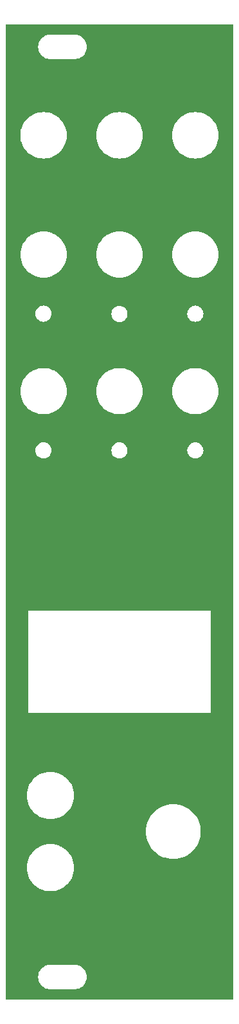
<source format=gbr>
%TF.GenerationSoftware,KiCad,Pcbnew,7.0.10-7.0.10~ubuntu22.04.1*%
%TF.CreationDate,2024-06-02T16:24:27+03:00*%
%TF.ProjectId,panel,70616e65-6c2e-46b6-9963-61645f706362,rev?*%
%TF.SameCoordinates,Original*%
%TF.FileFunction,Copper,L1,Top*%
%TF.FilePolarity,Positive*%
%FSLAX46Y46*%
G04 Gerber Fmt 4.6, Leading zero omitted, Abs format (unit mm)*
G04 Created by KiCad (PCBNEW 7.0.10-7.0.10~ubuntu22.04.1) date 2024-06-02 16:24:27*
%MOMM*%
%LPD*%
G01*
G04 APERTURE LIST*
G04 APERTURE END LIST*
%TA.AperFunction,NonConductor*%
G36*
X89931621Y-31780502D02*
G01*
X89978114Y-31834158D01*
X89989500Y-31886500D01*
X89989500Y-160113500D01*
X89969498Y-160181621D01*
X89915842Y-160228114D01*
X89863500Y-160239500D01*
X60136500Y-160239500D01*
X60068379Y-160219498D01*
X60021886Y-160165842D01*
X60010500Y-160113500D01*
X60010500Y-157250000D01*
X64284984Y-157250000D01*
X64303022Y-157490708D01*
X64303023Y-157490712D01*
X64356735Y-157726035D01*
X64356736Y-157726037D01*
X64444919Y-157950725D01*
X64444922Y-157950733D01*
X64565608Y-158159767D01*
X64716112Y-158348494D01*
X64846611Y-158469578D01*
X64893054Y-158512670D01*
X65092492Y-158648645D01*
X65217867Y-158709022D01*
X65309963Y-158753374D01*
X65309976Y-158753379D01*
X65540614Y-158824521D01*
X65540616Y-158824521D01*
X65540625Y-158824524D01*
X65779310Y-158860500D01*
X65779314Y-158860500D01*
X69220686Y-158860500D01*
X69220690Y-158860500D01*
X69459375Y-158824524D01*
X69468378Y-158821747D01*
X69690023Y-158753379D01*
X69690025Y-158753377D01*
X69690032Y-158753376D01*
X69907508Y-158648645D01*
X70106946Y-158512670D01*
X70283891Y-158348490D01*
X70434389Y-158159771D01*
X70555079Y-157950729D01*
X70643265Y-157726034D01*
X70696978Y-157490706D01*
X70715016Y-157250000D01*
X70696978Y-157009294D01*
X70643265Y-156773966D01*
X70555079Y-156549271D01*
X70555078Y-156549270D01*
X70555077Y-156549266D01*
X70434391Y-156340232D01*
X70369581Y-156258963D01*
X70283891Y-156151510D01*
X70283890Y-156151509D01*
X70283887Y-156151505D01*
X70106951Y-155987335D01*
X70106945Y-155987329D01*
X70032675Y-155936693D01*
X69907510Y-155851356D01*
X69690036Y-155746625D01*
X69690023Y-155746620D01*
X69459385Y-155675478D01*
X69459377Y-155675476D01*
X69459375Y-155675476D01*
X69220690Y-155639500D01*
X69102088Y-155639500D01*
X65903412Y-155639500D01*
X65900000Y-155639500D01*
X65779310Y-155639500D01*
X65540625Y-155675476D01*
X65540623Y-155675476D01*
X65540614Y-155675478D01*
X65309976Y-155746620D01*
X65309963Y-155746625D01*
X65092489Y-155851356D01*
X65092489Y-155851357D01*
X64893054Y-155987329D01*
X64893048Y-155987335D01*
X64716112Y-156151505D01*
X64565608Y-156340232D01*
X64444922Y-156549266D01*
X64444919Y-156549274D01*
X64356736Y-156773962D01*
X64356735Y-156773964D01*
X64303023Y-157009287D01*
X64303022Y-157009291D01*
X64284984Y-157250000D01*
X60010500Y-157250000D01*
X60010500Y-142850000D01*
X62784599Y-142850000D01*
X62804187Y-143198810D01*
X62862707Y-143543235D01*
X62959426Y-143878956D01*
X63093120Y-144201720D01*
X63093123Y-144201725D01*
X63262116Y-144507495D01*
X63464278Y-144792417D01*
X63464283Y-144792424D01*
X63564959Y-144905079D01*
X63697079Y-145052921D01*
X63862511Y-145200761D01*
X63957575Y-145285716D01*
X63957578Y-145285718D01*
X63957579Y-145285719D01*
X64242507Y-145487885D01*
X64548278Y-145656879D01*
X64871048Y-145790575D01*
X65206758Y-145887291D01*
X65551186Y-145945812D01*
X65900000Y-145965401D01*
X66248814Y-145945812D01*
X66593242Y-145887291D01*
X66928952Y-145790575D01*
X67251722Y-145656879D01*
X67557493Y-145487885D01*
X67842421Y-145285719D01*
X68102921Y-145052921D01*
X68335719Y-144792421D01*
X68537885Y-144507493D01*
X68706879Y-144201722D01*
X68840575Y-143878952D01*
X68937291Y-143543242D01*
X68995812Y-143198814D01*
X69015401Y-142850000D01*
X68995812Y-142501186D01*
X68937291Y-142156758D01*
X68840575Y-141821048D01*
X68706879Y-141498278D01*
X68537885Y-141192507D01*
X68335719Y-140907579D01*
X68335718Y-140907578D01*
X68335716Y-140907575D01*
X68210552Y-140767518D01*
X68102921Y-140647079D01*
X67865082Y-140434532D01*
X67842424Y-140414283D01*
X67842417Y-140414278D01*
X67557495Y-140212116D01*
X67293945Y-140066457D01*
X67251722Y-140043121D01*
X67251720Y-140043120D01*
X66928956Y-139909426D01*
X66593235Y-139812707D01*
X66248810Y-139754187D01*
X65900000Y-139734599D01*
X65551189Y-139754187D01*
X65206764Y-139812707D01*
X64871043Y-139909426D01*
X64548279Y-140043120D01*
X64548274Y-140043123D01*
X64242504Y-140212116D01*
X63957582Y-140414278D01*
X63957575Y-140414283D01*
X63697079Y-140647079D01*
X63464283Y-140907575D01*
X63464278Y-140907582D01*
X63262116Y-141192504D01*
X63093123Y-141498274D01*
X63093120Y-141498279D01*
X62959426Y-141821043D01*
X62862707Y-142156764D01*
X62804187Y-142501189D01*
X62784599Y-142850000D01*
X60010500Y-142850000D01*
X60010500Y-138100006D01*
X78484545Y-138100006D01*
X78504349Y-138477909D01*
X78563551Y-138851695D01*
X78661495Y-139217228D01*
X78661499Y-139217241D01*
X78797113Y-139570528D01*
X78797117Y-139570536D01*
X78797118Y-139570538D01*
X78968924Y-139907728D01*
X78968927Y-139907732D01*
X78968929Y-139907736D01*
X79175034Y-140225110D01*
X79175042Y-140225120D01*
X79413189Y-140519207D01*
X79413203Y-140519223D01*
X79680776Y-140786796D01*
X79680784Y-140786803D01*
X79680788Y-140786807D01*
X79974889Y-141024965D01*
X80292272Y-141231076D01*
X80629462Y-141402882D01*
X80629466Y-141402883D01*
X80629471Y-141402886D01*
X80877966Y-141498274D01*
X80982763Y-141538502D01*
X81348305Y-141636449D01*
X81722082Y-141695649D01*
X81722084Y-141695649D01*
X81722090Y-141695650D01*
X82099994Y-141715455D01*
X82100000Y-141715455D01*
X82100006Y-141715455D01*
X82477909Y-141695650D01*
X82477913Y-141695649D01*
X82477918Y-141695649D01*
X82851695Y-141636449D01*
X83217237Y-141538502D01*
X83570538Y-141402882D01*
X83907728Y-141231076D01*
X84225111Y-141024965D01*
X84519212Y-140786807D01*
X84786807Y-140519212D01*
X85024965Y-140225111D01*
X85231076Y-139907728D01*
X85402882Y-139570538D01*
X85406935Y-139559981D01*
X85538500Y-139217241D01*
X85538502Y-139217237D01*
X85636449Y-138851695D01*
X85695649Y-138477918D01*
X85695649Y-138477913D01*
X85695650Y-138477909D01*
X85715455Y-138100006D01*
X85715455Y-138099993D01*
X85695650Y-137722090D01*
X85695649Y-137722082D01*
X85636449Y-137348305D01*
X85538502Y-136982763D01*
X85521020Y-136937221D01*
X85402886Y-136629471D01*
X85402882Y-136629463D01*
X85402882Y-136629462D01*
X85231076Y-136292273D01*
X85127996Y-136133543D01*
X85024970Y-135974896D01*
X85024958Y-135974879D01*
X84786810Y-135680792D01*
X84786807Y-135680788D01*
X84786803Y-135680784D01*
X84786796Y-135680776D01*
X84519223Y-135413203D01*
X84519207Y-135413189D01*
X84225120Y-135175042D01*
X84225110Y-135175034D01*
X83907736Y-134968929D01*
X83907734Y-134968928D01*
X83907728Y-134968924D01*
X83570538Y-134797118D01*
X83570537Y-134797117D01*
X83570536Y-134797117D01*
X83570528Y-134797113D01*
X83217241Y-134661499D01*
X83217228Y-134661495D01*
X82851695Y-134563551D01*
X82477909Y-134504349D01*
X82100006Y-134484545D01*
X82099994Y-134484545D01*
X81722090Y-134504349D01*
X81348304Y-134563551D01*
X80982771Y-134661495D01*
X80982758Y-134661499D01*
X80629471Y-134797113D01*
X80629463Y-134797117D01*
X80292272Y-134968924D01*
X79974896Y-135175029D01*
X79974879Y-135175041D01*
X79680792Y-135413189D01*
X79680776Y-135413203D01*
X79413203Y-135680776D01*
X79413189Y-135680792D01*
X79175041Y-135974879D01*
X79175029Y-135974896D01*
X78968924Y-136292272D01*
X78797117Y-136629463D01*
X78797113Y-136629471D01*
X78661499Y-136982758D01*
X78661495Y-136982771D01*
X78563551Y-137348304D01*
X78504349Y-137722090D01*
X78484545Y-138099993D01*
X78484545Y-138100006D01*
X60010500Y-138100006D01*
X60010500Y-133350000D01*
X62784599Y-133350000D01*
X62804187Y-133698810D01*
X62862707Y-134043235D01*
X62959426Y-134378956D01*
X63093120Y-134701720D01*
X63093123Y-134701725D01*
X63262116Y-135007495D01*
X63464278Y-135292417D01*
X63464283Y-135292424D01*
X63564959Y-135405079D01*
X63697079Y-135552921D01*
X63840148Y-135680776D01*
X63957575Y-135785716D01*
X63957582Y-135785721D01*
X64224200Y-135974896D01*
X64242507Y-135987885D01*
X64548278Y-136156879D01*
X64871048Y-136290575D01*
X65206758Y-136387291D01*
X65551186Y-136445812D01*
X65900000Y-136465401D01*
X66248814Y-136445812D01*
X66593242Y-136387291D01*
X66928952Y-136290575D01*
X67251722Y-136156879D01*
X67557493Y-135987885D01*
X67842421Y-135785719D01*
X68102921Y-135552921D01*
X68335719Y-135292421D01*
X68537885Y-135007493D01*
X68706879Y-134701722D01*
X68840575Y-134378952D01*
X68937291Y-134043242D01*
X68995812Y-133698814D01*
X69015401Y-133350000D01*
X68995812Y-133001186D01*
X68937291Y-132656758D01*
X68840575Y-132321048D01*
X68706879Y-131998278D01*
X68537885Y-131692507D01*
X68335719Y-131407579D01*
X68335718Y-131407578D01*
X68335716Y-131407575D01*
X68250761Y-131312511D01*
X68102921Y-131147079D01*
X67865082Y-130934532D01*
X67842424Y-130914283D01*
X67842417Y-130914278D01*
X67557495Y-130712116D01*
X67293945Y-130566457D01*
X67251722Y-130543121D01*
X67251720Y-130543120D01*
X66928956Y-130409426D01*
X66593235Y-130312707D01*
X66248810Y-130254187D01*
X65900000Y-130234599D01*
X65551189Y-130254187D01*
X65206764Y-130312707D01*
X64871043Y-130409426D01*
X64548279Y-130543120D01*
X64548274Y-130543123D01*
X64242504Y-130712116D01*
X63957582Y-130914278D01*
X63957575Y-130914283D01*
X63697079Y-131147079D01*
X63464283Y-131407575D01*
X63464278Y-131407582D01*
X63262116Y-131692504D01*
X63093123Y-131998274D01*
X63093120Y-131998279D01*
X62959426Y-132321043D01*
X62862707Y-132656764D01*
X62804187Y-133001189D01*
X62784599Y-133350000D01*
X60010500Y-133350000D01*
X60010500Y-122477215D01*
X62988633Y-122477215D01*
X62988634Y-122499999D01*
X62989498Y-122502083D01*
X62989499Y-122502089D01*
X62989500Y-122502089D01*
X62991963Y-122508036D01*
X63000000Y-122511365D01*
X63022807Y-122511365D01*
X63027155Y-122510500D01*
X86972845Y-122510500D01*
X86977193Y-122511365D01*
X87000000Y-122511365D01*
X87008036Y-122508036D01*
X87010500Y-122502088D01*
X87011365Y-122500000D01*
X87011364Y-122499997D01*
X87011365Y-122499996D01*
X87011366Y-122477215D01*
X87010500Y-122472856D01*
X87010500Y-109027154D01*
X87011365Y-109022807D01*
X87011365Y-108999999D01*
X87008036Y-108991963D01*
X87002089Y-108989500D01*
X87002086Y-108989499D01*
X87000000Y-108988635D01*
X86977194Y-108988635D01*
X86972846Y-108989500D01*
X63027154Y-108989500D01*
X63022806Y-108988635D01*
X63000000Y-108988635D01*
X62997914Y-108989499D01*
X62997911Y-108989500D01*
X62991963Y-108991963D01*
X62988635Y-108999999D01*
X62988635Y-109022807D01*
X62989500Y-109027154D01*
X62989500Y-122472856D01*
X62988633Y-122477215D01*
X60010500Y-122477215D01*
X60010500Y-87900003D01*
X63934369Y-87900003D01*
X63954843Y-88107887D01*
X63954844Y-88107893D01*
X63954845Y-88107894D01*
X64015485Y-88307799D01*
X64113960Y-88492033D01*
X64246485Y-88653515D01*
X64407967Y-88786040D01*
X64592201Y-88884515D01*
X64792106Y-88945155D01*
X64792110Y-88945155D01*
X64792112Y-88945156D01*
X64999997Y-88965631D01*
X65000000Y-88965631D01*
X65000003Y-88965631D01*
X65207887Y-88945156D01*
X65207888Y-88945155D01*
X65207894Y-88945155D01*
X65407799Y-88884515D01*
X65592033Y-88786040D01*
X65753515Y-88653515D01*
X65886040Y-88492033D01*
X65984515Y-88307799D01*
X66045155Y-88107894D01*
X66065631Y-87900003D01*
X73934369Y-87900003D01*
X73954843Y-88107887D01*
X73954844Y-88107893D01*
X73954845Y-88107894D01*
X74015485Y-88307799D01*
X74113960Y-88492033D01*
X74246485Y-88653515D01*
X74407967Y-88786040D01*
X74592201Y-88884515D01*
X74792106Y-88945155D01*
X74792110Y-88945155D01*
X74792112Y-88945156D01*
X74999997Y-88965631D01*
X75000000Y-88965631D01*
X75000003Y-88965631D01*
X75207887Y-88945156D01*
X75207888Y-88945155D01*
X75207894Y-88945155D01*
X75407799Y-88884515D01*
X75592033Y-88786040D01*
X75753515Y-88653515D01*
X75886040Y-88492033D01*
X75984515Y-88307799D01*
X76045155Y-88107894D01*
X76065631Y-87900003D01*
X83934369Y-87900003D01*
X83954843Y-88107887D01*
X83954844Y-88107893D01*
X83954845Y-88107894D01*
X84015485Y-88307799D01*
X84113960Y-88492033D01*
X84246485Y-88653515D01*
X84407967Y-88786040D01*
X84592201Y-88884515D01*
X84792106Y-88945155D01*
X84792110Y-88945155D01*
X84792112Y-88945156D01*
X84999997Y-88965631D01*
X85000000Y-88965631D01*
X85000003Y-88965631D01*
X85207887Y-88945156D01*
X85207888Y-88945155D01*
X85207894Y-88945155D01*
X85407799Y-88884515D01*
X85592033Y-88786040D01*
X85753515Y-88653515D01*
X85886040Y-88492033D01*
X85984515Y-88307799D01*
X86045155Y-88107894D01*
X86065631Y-87900000D01*
X86065631Y-87899996D01*
X86045156Y-87692112D01*
X86045155Y-87692110D01*
X86045155Y-87692106D01*
X85984515Y-87492201D01*
X85886040Y-87307967D01*
X85753515Y-87146485D01*
X85592033Y-87013960D01*
X85407799Y-86915485D01*
X85207894Y-86854845D01*
X85207893Y-86854844D01*
X85207887Y-86854843D01*
X85000003Y-86834369D01*
X84999997Y-86834369D01*
X84792112Y-86854843D01*
X84592200Y-86915485D01*
X84407966Y-87013960D01*
X84246485Y-87146485D01*
X84113960Y-87307966D01*
X84015485Y-87492200D01*
X83954843Y-87692112D01*
X83934369Y-87899996D01*
X83934369Y-87900003D01*
X76065631Y-87900003D01*
X76065631Y-87900000D01*
X76065631Y-87899996D01*
X76045156Y-87692112D01*
X76045155Y-87692110D01*
X76045155Y-87692106D01*
X75984515Y-87492201D01*
X75886040Y-87307967D01*
X75753515Y-87146485D01*
X75592033Y-87013960D01*
X75407799Y-86915485D01*
X75207894Y-86854845D01*
X75207893Y-86854844D01*
X75207887Y-86854843D01*
X75000003Y-86834369D01*
X74999997Y-86834369D01*
X74792112Y-86854843D01*
X74592200Y-86915485D01*
X74407966Y-87013960D01*
X74246485Y-87146485D01*
X74113960Y-87307966D01*
X74015485Y-87492200D01*
X73954843Y-87692112D01*
X73934369Y-87899996D01*
X73934369Y-87900003D01*
X66065631Y-87900003D01*
X66065631Y-87900000D01*
X66065631Y-87899996D01*
X66045156Y-87692112D01*
X66045155Y-87692110D01*
X66045155Y-87692106D01*
X65984515Y-87492201D01*
X65886040Y-87307967D01*
X65753515Y-87146485D01*
X65592033Y-87013960D01*
X65407799Y-86915485D01*
X65207894Y-86854845D01*
X65207893Y-86854844D01*
X65207887Y-86854843D01*
X65000003Y-86834369D01*
X64999997Y-86834369D01*
X64792112Y-86854843D01*
X64592200Y-86915485D01*
X64407966Y-87013960D01*
X64246485Y-87146485D01*
X64113960Y-87307966D01*
X64015485Y-87492200D01*
X63954843Y-87692112D01*
X63934369Y-87899996D01*
X63934369Y-87900003D01*
X60010500Y-87900003D01*
X60010500Y-80100000D01*
X61954709Y-80100000D01*
X61973856Y-80440960D01*
X62031059Y-80777634D01*
X62125602Y-81105800D01*
X62256283Y-81421291D01*
X62256288Y-81421302D01*
X62256295Y-81421314D01*
X62421471Y-81720181D01*
X62421475Y-81720188D01*
X62619093Y-81998704D01*
X62619098Y-81998711D01*
X62717507Y-82108830D01*
X62846654Y-82253346D01*
X63008366Y-82397860D01*
X63101288Y-82480901D01*
X63101295Y-82480906D01*
X63379811Y-82678524D01*
X63379818Y-82678528D01*
X63489589Y-82739195D01*
X63678698Y-82843712D01*
X63994204Y-82974399D01*
X64322359Y-83068939D01*
X64659036Y-83126143D01*
X65000000Y-83145291D01*
X65340964Y-83126143D01*
X65677641Y-83068939D01*
X66005796Y-82974399D01*
X66321302Y-82843712D01*
X66620192Y-82678522D01*
X66898708Y-82480904D01*
X67153346Y-82253346D01*
X67380904Y-81998708D01*
X67578522Y-81720192D01*
X67743712Y-81421302D01*
X67874399Y-81105796D01*
X67968939Y-80777641D01*
X68026143Y-80440964D01*
X68045291Y-80100000D01*
X71954709Y-80100000D01*
X71973856Y-80440960D01*
X72031059Y-80777634D01*
X72125602Y-81105800D01*
X72256283Y-81421291D01*
X72256288Y-81421302D01*
X72256295Y-81421314D01*
X72421471Y-81720181D01*
X72421475Y-81720188D01*
X72619093Y-81998704D01*
X72619098Y-81998711D01*
X72717507Y-82108830D01*
X72846654Y-82253346D01*
X73008366Y-82397860D01*
X73101288Y-82480901D01*
X73101295Y-82480906D01*
X73379811Y-82678524D01*
X73379818Y-82678528D01*
X73489589Y-82739195D01*
X73678698Y-82843712D01*
X73994204Y-82974399D01*
X74322359Y-83068939D01*
X74659036Y-83126143D01*
X75000000Y-83145291D01*
X75340964Y-83126143D01*
X75677641Y-83068939D01*
X76005796Y-82974399D01*
X76321302Y-82843712D01*
X76620192Y-82678522D01*
X76898708Y-82480904D01*
X77153346Y-82253346D01*
X77380904Y-81998708D01*
X77578522Y-81720192D01*
X77743712Y-81421302D01*
X77874399Y-81105796D01*
X77968939Y-80777641D01*
X78026143Y-80440964D01*
X78045291Y-80100000D01*
X81954709Y-80100000D01*
X81973856Y-80440960D01*
X82031059Y-80777634D01*
X82125602Y-81105800D01*
X82256283Y-81421291D01*
X82256288Y-81421302D01*
X82256295Y-81421314D01*
X82421471Y-81720181D01*
X82421475Y-81720188D01*
X82619093Y-81998704D01*
X82619098Y-81998711D01*
X82717507Y-82108830D01*
X82846654Y-82253346D01*
X83008366Y-82397860D01*
X83101288Y-82480901D01*
X83101295Y-82480906D01*
X83379811Y-82678524D01*
X83379818Y-82678528D01*
X83489589Y-82739195D01*
X83678698Y-82843712D01*
X83994204Y-82974399D01*
X84322359Y-83068939D01*
X84659036Y-83126143D01*
X85000000Y-83145291D01*
X85340964Y-83126143D01*
X85677641Y-83068939D01*
X86005796Y-82974399D01*
X86321302Y-82843712D01*
X86620192Y-82678522D01*
X86898708Y-82480904D01*
X87153346Y-82253346D01*
X87380904Y-81998708D01*
X87578522Y-81720192D01*
X87743712Y-81421302D01*
X87874399Y-81105796D01*
X87968939Y-80777641D01*
X88026143Y-80440964D01*
X88045291Y-80100000D01*
X88026143Y-79759036D01*
X87968939Y-79422359D01*
X87874399Y-79094204D01*
X87743712Y-78778698D01*
X87639195Y-78589589D01*
X87578528Y-78479818D01*
X87578524Y-78479811D01*
X87380906Y-78201295D01*
X87380901Y-78201288D01*
X87297860Y-78108366D01*
X87153346Y-77946654D01*
X86921272Y-77739260D01*
X86898711Y-77719098D01*
X86898704Y-77719093D01*
X86620188Y-77521475D01*
X86620181Y-77521471D01*
X86363346Y-77379525D01*
X86321302Y-77356288D01*
X86321295Y-77356285D01*
X86321291Y-77356283D01*
X86005800Y-77225602D01*
X85677634Y-77131059D01*
X85340960Y-77073856D01*
X85000000Y-77054709D01*
X84659039Y-77073856D01*
X84322365Y-77131059D01*
X83994199Y-77225602D01*
X83678708Y-77356283D01*
X83678685Y-77356295D01*
X83379818Y-77521471D01*
X83379811Y-77521475D01*
X83101295Y-77719093D01*
X83101288Y-77719098D01*
X82846654Y-77946654D01*
X82619098Y-78201288D01*
X82619093Y-78201295D01*
X82421475Y-78479811D01*
X82421471Y-78479818D01*
X82256295Y-78778685D01*
X82256283Y-78778708D01*
X82125602Y-79094199D01*
X82031059Y-79422365D01*
X81973856Y-79759039D01*
X81954709Y-80100000D01*
X78045291Y-80100000D01*
X78026143Y-79759036D01*
X77968939Y-79422359D01*
X77874399Y-79094204D01*
X77743712Y-78778698D01*
X77639195Y-78589589D01*
X77578528Y-78479818D01*
X77578524Y-78479811D01*
X77380906Y-78201295D01*
X77380901Y-78201288D01*
X77297860Y-78108366D01*
X77153346Y-77946654D01*
X76921272Y-77739260D01*
X76898711Y-77719098D01*
X76898704Y-77719093D01*
X76620188Y-77521475D01*
X76620181Y-77521471D01*
X76363346Y-77379525D01*
X76321302Y-77356288D01*
X76321295Y-77356285D01*
X76321291Y-77356283D01*
X76005800Y-77225602D01*
X75677634Y-77131059D01*
X75340960Y-77073856D01*
X75000000Y-77054709D01*
X74659039Y-77073856D01*
X74322365Y-77131059D01*
X73994199Y-77225602D01*
X73678708Y-77356283D01*
X73678685Y-77356295D01*
X73379818Y-77521471D01*
X73379811Y-77521475D01*
X73101295Y-77719093D01*
X73101288Y-77719098D01*
X72846654Y-77946654D01*
X72619098Y-78201288D01*
X72619093Y-78201295D01*
X72421475Y-78479811D01*
X72421471Y-78479818D01*
X72256295Y-78778685D01*
X72256283Y-78778708D01*
X72125602Y-79094199D01*
X72031059Y-79422365D01*
X71973856Y-79759039D01*
X71954709Y-80100000D01*
X68045291Y-80100000D01*
X68026143Y-79759036D01*
X67968939Y-79422359D01*
X67874399Y-79094204D01*
X67743712Y-78778698D01*
X67639195Y-78589589D01*
X67578528Y-78479818D01*
X67578524Y-78479811D01*
X67380906Y-78201295D01*
X67380901Y-78201288D01*
X67297860Y-78108366D01*
X67153346Y-77946654D01*
X66921272Y-77739260D01*
X66898711Y-77719098D01*
X66898704Y-77719093D01*
X66620188Y-77521475D01*
X66620181Y-77521471D01*
X66363346Y-77379525D01*
X66321302Y-77356288D01*
X66321295Y-77356285D01*
X66321291Y-77356283D01*
X66005800Y-77225602D01*
X65677634Y-77131059D01*
X65340960Y-77073856D01*
X65000000Y-77054709D01*
X64659039Y-77073856D01*
X64322365Y-77131059D01*
X63994199Y-77225602D01*
X63678708Y-77356283D01*
X63678685Y-77356295D01*
X63379818Y-77521471D01*
X63379811Y-77521475D01*
X63101295Y-77719093D01*
X63101288Y-77719098D01*
X62846654Y-77946654D01*
X62619098Y-78201288D01*
X62619093Y-78201295D01*
X62421475Y-78479811D01*
X62421471Y-78479818D01*
X62256295Y-78778685D01*
X62256283Y-78778708D01*
X62125602Y-79094199D01*
X62031059Y-79422365D01*
X61973856Y-79759039D01*
X61954709Y-80100000D01*
X60010500Y-80100000D01*
X60010500Y-69890003D01*
X63924369Y-69890003D01*
X63944843Y-70097887D01*
X63944844Y-70097893D01*
X63944845Y-70097894D01*
X64005485Y-70297799D01*
X64103960Y-70482033D01*
X64236485Y-70643515D01*
X64397967Y-70776040D01*
X64582201Y-70874515D01*
X64782106Y-70935155D01*
X64782110Y-70935155D01*
X64782112Y-70935156D01*
X64989997Y-70955631D01*
X64990000Y-70955631D01*
X64990003Y-70955631D01*
X65197887Y-70935156D01*
X65197888Y-70935155D01*
X65197894Y-70935155D01*
X65397799Y-70874515D01*
X65582033Y-70776040D01*
X65743515Y-70643515D01*
X65876040Y-70482033D01*
X65974515Y-70297799D01*
X66035155Y-70097894D01*
X66053661Y-69910003D01*
X73934369Y-69910003D01*
X73954843Y-70117887D01*
X73954844Y-70117893D01*
X73954845Y-70117894D01*
X74015485Y-70317799D01*
X74113960Y-70502033D01*
X74246485Y-70663515D01*
X74407967Y-70796040D01*
X74592201Y-70894515D01*
X74792106Y-70955155D01*
X74792110Y-70955155D01*
X74792112Y-70955156D01*
X74999997Y-70975631D01*
X75000000Y-70975631D01*
X75000003Y-70975631D01*
X75207887Y-70955156D01*
X75207888Y-70955155D01*
X75207894Y-70955155D01*
X75407799Y-70894515D01*
X75592033Y-70796040D01*
X75753515Y-70663515D01*
X75886040Y-70502033D01*
X75984515Y-70317799D01*
X76045155Y-70117894D01*
X76065631Y-69910000D01*
X76065631Y-69909996D01*
X76064647Y-69900003D01*
X83934369Y-69900003D01*
X83954843Y-70107887D01*
X83954844Y-70107893D01*
X83954845Y-70107894D01*
X84015485Y-70307799D01*
X84113960Y-70492033D01*
X84246485Y-70653515D01*
X84407967Y-70786040D01*
X84592201Y-70884515D01*
X84792106Y-70945155D01*
X84792110Y-70945155D01*
X84792112Y-70945156D01*
X84999997Y-70965631D01*
X85000000Y-70965631D01*
X85000003Y-70965631D01*
X85207887Y-70945156D01*
X85207888Y-70945155D01*
X85207894Y-70945155D01*
X85407799Y-70884515D01*
X85592033Y-70786040D01*
X85753515Y-70653515D01*
X85886040Y-70492033D01*
X85984515Y-70307799D01*
X86045155Y-70107894D01*
X86064647Y-69909996D01*
X86065631Y-69900003D01*
X86065631Y-69899996D01*
X86045156Y-69692112D01*
X86045155Y-69692110D01*
X86045155Y-69692106D01*
X85984515Y-69492201D01*
X85886040Y-69307967D01*
X85753515Y-69146485D01*
X85592033Y-69013960D01*
X85407799Y-68915485D01*
X85207894Y-68854845D01*
X85207893Y-68854844D01*
X85207887Y-68854843D01*
X85000003Y-68834369D01*
X84999997Y-68834369D01*
X84792112Y-68854843D01*
X84592200Y-68915485D01*
X84407966Y-69013960D01*
X84246485Y-69146485D01*
X84113960Y-69307966D01*
X84015485Y-69492200D01*
X83954843Y-69692112D01*
X83934369Y-69899996D01*
X83934369Y-69900003D01*
X76064647Y-69900003D01*
X76045156Y-69702112D01*
X76045155Y-69702110D01*
X76045155Y-69702106D01*
X75984515Y-69502201D01*
X75886040Y-69317967D01*
X75753515Y-69156485D01*
X75592033Y-69023960D01*
X75407799Y-68925485D01*
X75207894Y-68864845D01*
X75207893Y-68864844D01*
X75207887Y-68864843D01*
X75000003Y-68844369D01*
X74999997Y-68844369D01*
X74792112Y-68864843D01*
X74592200Y-68925485D01*
X74407966Y-69023960D01*
X74246485Y-69156485D01*
X74113960Y-69317966D01*
X74015485Y-69502200D01*
X73954843Y-69702112D01*
X73934369Y-69909996D01*
X73934369Y-69910003D01*
X66053661Y-69910003D01*
X66054647Y-69899996D01*
X66055631Y-69890003D01*
X66055631Y-69889996D01*
X66035156Y-69682112D01*
X66035155Y-69682110D01*
X66035155Y-69682106D01*
X65974515Y-69482201D01*
X65876040Y-69297967D01*
X65743515Y-69136485D01*
X65582033Y-69003960D01*
X65397799Y-68905485D01*
X65197894Y-68844845D01*
X65197893Y-68844844D01*
X65197887Y-68844843D01*
X64990003Y-68824369D01*
X64989997Y-68824369D01*
X64782112Y-68844843D01*
X64582200Y-68905485D01*
X64397966Y-69003960D01*
X64236485Y-69136485D01*
X64103960Y-69297966D01*
X64005485Y-69482200D01*
X63944843Y-69682112D01*
X63924369Y-69889996D01*
X63924369Y-69890003D01*
X60010500Y-69890003D01*
X60010500Y-62100000D01*
X61954709Y-62100000D01*
X61973856Y-62440960D01*
X62031059Y-62777634D01*
X62125602Y-63105800D01*
X62256283Y-63421291D01*
X62256288Y-63421302D01*
X62256295Y-63421314D01*
X62421471Y-63720181D01*
X62421475Y-63720188D01*
X62619093Y-63998704D01*
X62619098Y-63998711D01*
X62717507Y-64108830D01*
X62846654Y-64253346D01*
X63008366Y-64397860D01*
X63101288Y-64480901D01*
X63101295Y-64480906D01*
X63379811Y-64678524D01*
X63379818Y-64678528D01*
X63489589Y-64739195D01*
X63678698Y-64843712D01*
X63994204Y-64974399D01*
X64322359Y-65068939D01*
X64659036Y-65126143D01*
X65000000Y-65145291D01*
X65340964Y-65126143D01*
X65677641Y-65068939D01*
X66005796Y-64974399D01*
X66321302Y-64843712D01*
X66620192Y-64678522D01*
X66898708Y-64480904D01*
X67153346Y-64253346D01*
X67380904Y-63998708D01*
X67578522Y-63720192D01*
X67743712Y-63421302D01*
X67874399Y-63105796D01*
X67968939Y-62777641D01*
X68026143Y-62440964D01*
X68045291Y-62100000D01*
X71954709Y-62100000D01*
X71973856Y-62440960D01*
X72031059Y-62777634D01*
X72125602Y-63105800D01*
X72256283Y-63421291D01*
X72256288Y-63421302D01*
X72256295Y-63421314D01*
X72421471Y-63720181D01*
X72421475Y-63720188D01*
X72619093Y-63998704D01*
X72619098Y-63998711D01*
X72717507Y-64108830D01*
X72846654Y-64253346D01*
X73008366Y-64397860D01*
X73101288Y-64480901D01*
X73101295Y-64480906D01*
X73379811Y-64678524D01*
X73379818Y-64678528D01*
X73489589Y-64739195D01*
X73678698Y-64843712D01*
X73994204Y-64974399D01*
X74322359Y-65068939D01*
X74659036Y-65126143D01*
X75000000Y-65145291D01*
X75340964Y-65126143D01*
X75677641Y-65068939D01*
X76005796Y-64974399D01*
X76321302Y-64843712D01*
X76620192Y-64678522D01*
X76898708Y-64480904D01*
X77153346Y-64253346D01*
X77380904Y-63998708D01*
X77578522Y-63720192D01*
X77743712Y-63421302D01*
X77874399Y-63105796D01*
X77968939Y-62777641D01*
X78026143Y-62440964D01*
X78045291Y-62100000D01*
X81954709Y-62100000D01*
X81973856Y-62440960D01*
X82031059Y-62777634D01*
X82125602Y-63105800D01*
X82256283Y-63421291D01*
X82256288Y-63421302D01*
X82256295Y-63421314D01*
X82421471Y-63720181D01*
X82421475Y-63720188D01*
X82619093Y-63998704D01*
X82619098Y-63998711D01*
X82717507Y-64108830D01*
X82846654Y-64253346D01*
X83008366Y-64397860D01*
X83101288Y-64480901D01*
X83101295Y-64480906D01*
X83379811Y-64678524D01*
X83379818Y-64678528D01*
X83489589Y-64739195D01*
X83678698Y-64843712D01*
X83994204Y-64974399D01*
X84322359Y-65068939D01*
X84659036Y-65126143D01*
X85000000Y-65145291D01*
X85340964Y-65126143D01*
X85677641Y-65068939D01*
X86005796Y-64974399D01*
X86321302Y-64843712D01*
X86620192Y-64678522D01*
X86898708Y-64480904D01*
X87153346Y-64253346D01*
X87380904Y-63998708D01*
X87578522Y-63720192D01*
X87743712Y-63421302D01*
X87874399Y-63105796D01*
X87968939Y-62777641D01*
X88026143Y-62440964D01*
X88045291Y-62100000D01*
X88026143Y-61759036D01*
X87968939Y-61422359D01*
X87874399Y-61094204D01*
X87743712Y-60778698D01*
X87639195Y-60589589D01*
X87578528Y-60479818D01*
X87578524Y-60479811D01*
X87380906Y-60201295D01*
X87380901Y-60201288D01*
X87297860Y-60108366D01*
X87153346Y-59946654D01*
X86921272Y-59739260D01*
X86898711Y-59719098D01*
X86898704Y-59719093D01*
X86620188Y-59521475D01*
X86620181Y-59521471D01*
X86363346Y-59379525D01*
X86321302Y-59356288D01*
X86321295Y-59356285D01*
X86321291Y-59356283D01*
X86005800Y-59225602D01*
X85677634Y-59131059D01*
X85340960Y-59073856D01*
X85000000Y-59054709D01*
X84659039Y-59073856D01*
X84322365Y-59131059D01*
X83994199Y-59225602D01*
X83678708Y-59356283D01*
X83678685Y-59356295D01*
X83379818Y-59521471D01*
X83379811Y-59521475D01*
X83101295Y-59719093D01*
X83101288Y-59719098D01*
X82846654Y-59946654D01*
X82619098Y-60201288D01*
X82619093Y-60201295D01*
X82421475Y-60479811D01*
X82421471Y-60479818D01*
X82256295Y-60778685D01*
X82256283Y-60778708D01*
X82125602Y-61094199D01*
X82031059Y-61422365D01*
X81973856Y-61759039D01*
X81954709Y-62100000D01*
X78045291Y-62100000D01*
X78026143Y-61759036D01*
X77968939Y-61422359D01*
X77874399Y-61094204D01*
X77743712Y-60778698D01*
X77639195Y-60589589D01*
X77578528Y-60479818D01*
X77578524Y-60479811D01*
X77380906Y-60201295D01*
X77380901Y-60201288D01*
X77297860Y-60108366D01*
X77153346Y-59946654D01*
X76921272Y-59739260D01*
X76898711Y-59719098D01*
X76898704Y-59719093D01*
X76620188Y-59521475D01*
X76620181Y-59521471D01*
X76363346Y-59379525D01*
X76321302Y-59356288D01*
X76321295Y-59356285D01*
X76321291Y-59356283D01*
X76005800Y-59225602D01*
X75677634Y-59131059D01*
X75340960Y-59073856D01*
X75000000Y-59054709D01*
X74659039Y-59073856D01*
X74322365Y-59131059D01*
X73994199Y-59225602D01*
X73678708Y-59356283D01*
X73678685Y-59356295D01*
X73379818Y-59521471D01*
X73379811Y-59521475D01*
X73101295Y-59719093D01*
X73101288Y-59719098D01*
X72846654Y-59946654D01*
X72619098Y-60201288D01*
X72619093Y-60201295D01*
X72421475Y-60479811D01*
X72421471Y-60479818D01*
X72256295Y-60778685D01*
X72256283Y-60778708D01*
X72125602Y-61094199D01*
X72031059Y-61422365D01*
X71973856Y-61759039D01*
X71954709Y-62100000D01*
X68045291Y-62100000D01*
X68026143Y-61759036D01*
X67968939Y-61422359D01*
X67874399Y-61094204D01*
X67743712Y-60778698D01*
X67639195Y-60589589D01*
X67578528Y-60479818D01*
X67578524Y-60479811D01*
X67380906Y-60201295D01*
X67380901Y-60201288D01*
X67297860Y-60108366D01*
X67153346Y-59946654D01*
X66921272Y-59739260D01*
X66898711Y-59719098D01*
X66898704Y-59719093D01*
X66620188Y-59521475D01*
X66620181Y-59521471D01*
X66363346Y-59379525D01*
X66321302Y-59356288D01*
X66321295Y-59356285D01*
X66321291Y-59356283D01*
X66005800Y-59225602D01*
X65677634Y-59131059D01*
X65340960Y-59073856D01*
X65000000Y-59054709D01*
X64659039Y-59073856D01*
X64322365Y-59131059D01*
X63994199Y-59225602D01*
X63678708Y-59356283D01*
X63678685Y-59356295D01*
X63379818Y-59521471D01*
X63379811Y-59521475D01*
X63101295Y-59719093D01*
X63101288Y-59719098D01*
X62846654Y-59946654D01*
X62619098Y-60201288D01*
X62619093Y-60201295D01*
X62421475Y-60479811D01*
X62421471Y-60479818D01*
X62256295Y-60778685D01*
X62256283Y-60778708D01*
X62125602Y-61094199D01*
X62031059Y-61422365D01*
X61973856Y-61759039D01*
X61954709Y-62100000D01*
X60010500Y-62100000D01*
X60010500Y-46400000D01*
X61934678Y-46400000D01*
X61953951Y-46743203D01*
X62011530Y-47082091D01*
X62106695Y-47412416D01*
X62238235Y-47729982D01*
X62238246Y-47730005D01*
X62404511Y-48030839D01*
X62404515Y-48030846D01*
X62603432Y-48311193D01*
X62603437Y-48311200D01*
X62702493Y-48422043D01*
X62832490Y-48567510D01*
X62995265Y-48712975D01*
X63088799Y-48796562D01*
X63088806Y-48796567D01*
X63369153Y-48995484D01*
X63369160Y-48995488D01*
X63627912Y-49138495D01*
X63670007Y-49161760D01*
X63987588Y-49293306D01*
X64317902Y-49388468D01*
X64656793Y-49446048D01*
X65000000Y-49465322D01*
X65343207Y-49446048D01*
X65682098Y-49388468D01*
X66012412Y-49293306D01*
X66329993Y-49161760D01*
X66630850Y-48995482D01*
X66911197Y-48796565D01*
X67167510Y-48567510D01*
X67396565Y-48311197D01*
X67595482Y-48030850D01*
X67761760Y-47729993D01*
X67893306Y-47412412D01*
X67988468Y-47082098D01*
X68046048Y-46743207D01*
X68065322Y-46400000D01*
X71934678Y-46400000D01*
X71953951Y-46743203D01*
X72011530Y-47082091D01*
X72106695Y-47412416D01*
X72238235Y-47729982D01*
X72238246Y-47730005D01*
X72404511Y-48030839D01*
X72404515Y-48030846D01*
X72603432Y-48311193D01*
X72603437Y-48311200D01*
X72702493Y-48422043D01*
X72832490Y-48567510D01*
X72995265Y-48712975D01*
X73088799Y-48796562D01*
X73088806Y-48796567D01*
X73369153Y-48995484D01*
X73369160Y-48995488D01*
X73627912Y-49138495D01*
X73670007Y-49161760D01*
X73987588Y-49293306D01*
X74317902Y-49388468D01*
X74656793Y-49446048D01*
X75000000Y-49465322D01*
X75343207Y-49446048D01*
X75682098Y-49388468D01*
X76012412Y-49293306D01*
X76329993Y-49161760D01*
X76630850Y-48995482D01*
X76911197Y-48796565D01*
X77167510Y-48567510D01*
X77396565Y-48311197D01*
X77595482Y-48030850D01*
X77761760Y-47729993D01*
X77893306Y-47412412D01*
X77988468Y-47082098D01*
X78046048Y-46743207D01*
X78065322Y-46400000D01*
X81934678Y-46400000D01*
X81953951Y-46743203D01*
X82011530Y-47082091D01*
X82106695Y-47412416D01*
X82238235Y-47729982D01*
X82238246Y-47730005D01*
X82404511Y-48030839D01*
X82404515Y-48030846D01*
X82603432Y-48311193D01*
X82603437Y-48311200D01*
X82702493Y-48422043D01*
X82832490Y-48567510D01*
X82995265Y-48712975D01*
X83088799Y-48796562D01*
X83088806Y-48796567D01*
X83369153Y-48995484D01*
X83369160Y-48995488D01*
X83627912Y-49138495D01*
X83670007Y-49161760D01*
X83987588Y-49293306D01*
X84317902Y-49388468D01*
X84656793Y-49446048D01*
X85000000Y-49465322D01*
X85343207Y-49446048D01*
X85682098Y-49388468D01*
X86012412Y-49293306D01*
X86329993Y-49161760D01*
X86630850Y-48995482D01*
X86911197Y-48796565D01*
X87167510Y-48567510D01*
X87396565Y-48311197D01*
X87595482Y-48030850D01*
X87761760Y-47729993D01*
X87893306Y-47412412D01*
X87988468Y-47082098D01*
X88046048Y-46743207D01*
X88065322Y-46400000D01*
X88046048Y-46056793D01*
X87988468Y-45717902D01*
X87893306Y-45387588D01*
X87761760Y-45070007D01*
X87761753Y-45069994D01*
X87595488Y-44769160D01*
X87595484Y-44769153D01*
X87407989Y-44504903D01*
X87396565Y-44488803D01*
X87396564Y-44488802D01*
X87396562Y-44488799D01*
X87312975Y-44395265D01*
X87167510Y-44232490D01*
X87022043Y-44102493D01*
X86911200Y-44003437D01*
X86911193Y-44003432D01*
X86630846Y-43804515D01*
X86630839Y-43804511D01*
X86330005Y-43638246D01*
X86329996Y-43638241D01*
X86329993Y-43638240D01*
X86329988Y-43638238D01*
X86329982Y-43638235D01*
X86012416Y-43506695D01*
X85682091Y-43411530D01*
X85343203Y-43353951D01*
X85000000Y-43334678D01*
X84656796Y-43353951D01*
X84317908Y-43411530D01*
X83987583Y-43506695D01*
X83670017Y-43638235D01*
X83669994Y-43638246D01*
X83369160Y-43804511D01*
X83369153Y-43804515D01*
X83088806Y-44003432D01*
X83088799Y-44003437D01*
X82832490Y-44232490D01*
X82603437Y-44488799D01*
X82603432Y-44488806D01*
X82404515Y-44769153D01*
X82404511Y-44769160D01*
X82238246Y-45069994D01*
X82238235Y-45070017D01*
X82106695Y-45387583D01*
X82011530Y-45717908D01*
X81953951Y-46056796D01*
X81934678Y-46400000D01*
X78065322Y-46400000D01*
X78046048Y-46056793D01*
X77988468Y-45717902D01*
X77893306Y-45387588D01*
X77761760Y-45070007D01*
X77761753Y-45069994D01*
X77595488Y-44769160D01*
X77595484Y-44769153D01*
X77407989Y-44504903D01*
X77396565Y-44488803D01*
X77396564Y-44488802D01*
X77396562Y-44488799D01*
X77312975Y-44395265D01*
X77167510Y-44232490D01*
X77022043Y-44102493D01*
X76911200Y-44003437D01*
X76911193Y-44003432D01*
X76630846Y-43804515D01*
X76630839Y-43804511D01*
X76330005Y-43638246D01*
X76329996Y-43638241D01*
X76329993Y-43638240D01*
X76329988Y-43638238D01*
X76329982Y-43638235D01*
X76012416Y-43506695D01*
X75682091Y-43411530D01*
X75343203Y-43353951D01*
X75000000Y-43334678D01*
X74656796Y-43353951D01*
X74317908Y-43411530D01*
X73987583Y-43506695D01*
X73670017Y-43638235D01*
X73669994Y-43638246D01*
X73369160Y-43804511D01*
X73369153Y-43804515D01*
X73088806Y-44003432D01*
X73088799Y-44003437D01*
X72832490Y-44232490D01*
X72603437Y-44488799D01*
X72603432Y-44488806D01*
X72404515Y-44769153D01*
X72404511Y-44769160D01*
X72238246Y-45069994D01*
X72238235Y-45070017D01*
X72106695Y-45387583D01*
X72011530Y-45717908D01*
X71953951Y-46056796D01*
X71934678Y-46400000D01*
X68065322Y-46400000D01*
X68046048Y-46056793D01*
X67988468Y-45717902D01*
X67893306Y-45387588D01*
X67761760Y-45070007D01*
X67761753Y-45069994D01*
X67595488Y-44769160D01*
X67595484Y-44769153D01*
X67407989Y-44504903D01*
X67396565Y-44488803D01*
X67396564Y-44488802D01*
X67396562Y-44488799D01*
X67312975Y-44395265D01*
X67167510Y-44232490D01*
X67022043Y-44102493D01*
X66911200Y-44003437D01*
X66911193Y-44003432D01*
X66630846Y-43804515D01*
X66630839Y-43804511D01*
X66330005Y-43638246D01*
X66329996Y-43638241D01*
X66329993Y-43638240D01*
X66329988Y-43638238D01*
X66329982Y-43638235D01*
X66012416Y-43506695D01*
X65682091Y-43411530D01*
X65343203Y-43353951D01*
X65000000Y-43334678D01*
X64656796Y-43353951D01*
X64317908Y-43411530D01*
X63987583Y-43506695D01*
X63670017Y-43638235D01*
X63669994Y-43638246D01*
X63369160Y-43804511D01*
X63369153Y-43804515D01*
X63088806Y-44003432D01*
X63088799Y-44003437D01*
X62832490Y-44232490D01*
X62603437Y-44488799D01*
X62603432Y-44488806D01*
X62404515Y-44769153D01*
X62404511Y-44769160D01*
X62238246Y-45069994D01*
X62238235Y-45070017D01*
X62106695Y-45387583D01*
X62011530Y-45717908D01*
X61953951Y-46056796D01*
X61934678Y-46400000D01*
X60010500Y-46400000D01*
X60010500Y-34750000D01*
X64284984Y-34750000D01*
X64303022Y-34990708D01*
X64303023Y-34990712D01*
X64356735Y-35226035D01*
X64356736Y-35226037D01*
X64444919Y-35450725D01*
X64444922Y-35450733D01*
X64565608Y-35659767D01*
X64716112Y-35848494D01*
X64846611Y-35969578D01*
X64893054Y-36012670D01*
X65092492Y-36148645D01*
X65217867Y-36209022D01*
X65309963Y-36253374D01*
X65309976Y-36253379D01*
X65540614Y-36324521D01*
X65540616Y-36324521D01*
X65540625Y-36324524D01*
X65779310Y-36360500D01*
X65779314Y-36360500D01*
X69220686Y-36360500D01*
X69220690Y-36360500D01*
X69459375Y-36324524D01*
X69468378Y-36321747D01*
X69690023Y-36253379D01*
X69690025Y-36253377D01*
X69690032Y-36253376D01*
X69907508Y-36148645D01*
X70106946Y-36012670D01*
X70283891Y-35848490D01*
X70434389Y-35659771D01*
X70555079Y-35450729D01*
X70643265Y-35226034D01*
X70696978Y-34990706D01*
X70715016Y-34750000D01*
X70696978Y-34509294D01*
X70643265Y-34273966D01*
X70555079Y-34049271D01*
X70555078Y-34049270D01*
X70555077Y-34049266D01*
X70434391Y-33840232D01*
X70369581Y-33758963D01*
X70283891Y-33651510D01*
X70283890Y-33651509D01*
X70283887Y-33651505D01*
X70106951Y-33487335D01*
X70106945Y-33487329D01*
X70032675Y-33436693D01*
X69907510Y-33351356D01*
X69690036Y-33246625D01*
X69690023Y-33246620D01*
X69459385Y-33175478D01*
X69459377Y-33175476D01*
X69459375Y-33175476D01*
X69220690Y-33139500D01*
X69102088Y-33139500D01*
X65903412Y-33139500D01*
X65900000Y-33139500D01*
X65779310Y-33139500D01*
X65540625Y-33175476D01*
X65540623Y-33175476D01*
X65540614Y-33175478D01*
X65309976Y-33246620D01*
X65309963Y-33246625D01*
X65092489Y-33351356D01*
X65092489Y-33351357D01*
X64893054Y-33487329D01*
X64893048Y-33487335D01*
X64716112Y-33651505D01*
X64565608Y-33840232D01*
X64444922Y-34049266D01*
X64444919Y-34049274D01*
X64356736Y-34273962D01*
X64356735Y-34273964D01*
X64303023Y-34509287D01*
X64303022Y-34509291D01*
X64284984Y-34750000D01*
X60010500Y-34750000D01*
X60010500Y-31886500D01*
X60030502Y-31818379D01*
X60084158Y-31771886D01*
X60136500Y-31760500D01*
X89863500Y-31760500D01*
X89931621Y-31780502D01*
G37*
%TD.AperFunction*%
M02*

</source>
